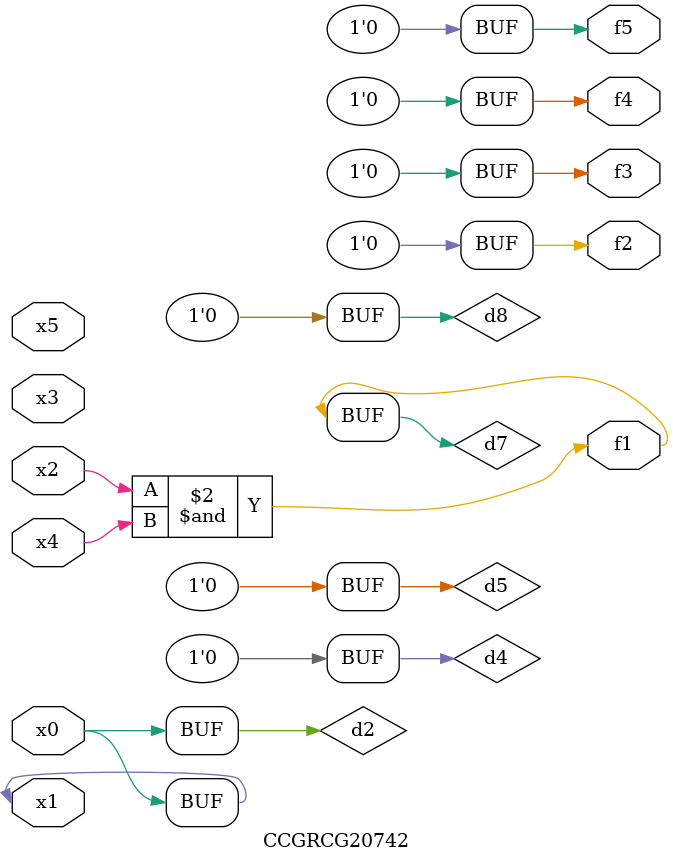
<source format=v>
module CCGRCG20742(
	input x0, x1, x2, x3, x4, x5,
	output f1, f2, f3, f4, f5
);

	wire d1, d2, d3, d4, d5, d6, d7, d8, d9;

	nand (d1, x1);
	buf (d2, x0, x1);
	nand (d3, x2, x4);
	and (d4, d1, d2);
	and (d5, d1, d2);
	nand (d6, d1, d3);
	not (d7, d3);
	xor (d8, d5);
	nor (d9, d5, d6);
	assign f1 = d7;
	assign f2 = d8;
	assign f3 = d8;
	assign f4 = d8;
	assign f5 = d8;
endmodule

</source>
